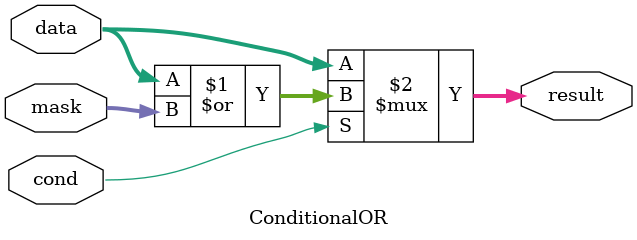
<source format=sv>
module ConditionalOR(
    input cond,
    input [7:0] mask, data,
    output [7:0] result
);
    assign result = cond ? (data | mask) : data;
endmodule

</source>
